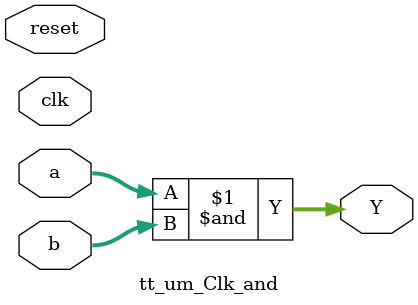
<source format=v>
/*
A simple add in Verilog, TOP. 
*/

module tt_um_Clk_and(
  input clk,
  input reset,
  input [7:0] a, b,
  output [7:0] Y
);

  assign Y = a & b;

       

endmodule

</source>
